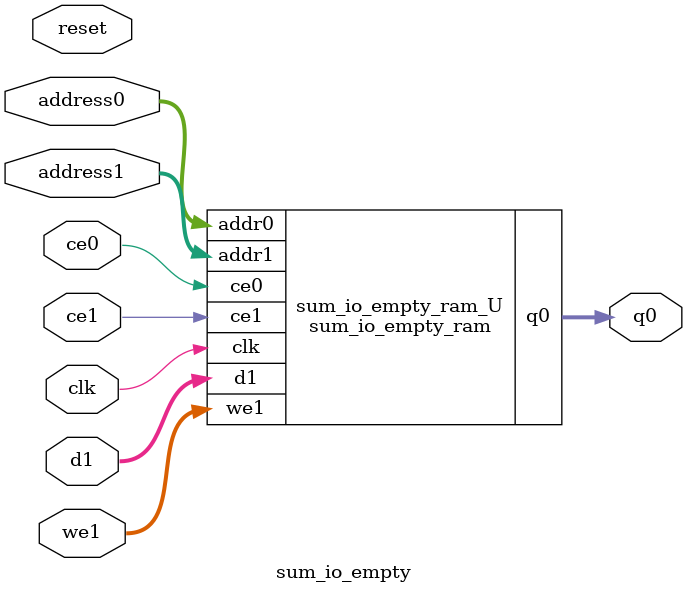
<source format=v>
`timescale 1ns / 1ps


module proc_subtraction(
input         clk_200M,
input         rst_200M,
//data
input  [14:0]i_rec_addr, // i read addr
input  i_rec_ce,   
input  i_rec_we,
input  [39:0]i_rec_d,
output reg [25:0] sum_traction,
input  refresh
);
(* MARK_DEBUG="true" *)wire [14:0]get_addr;
(* MARK_DEBUG="true" *)wire work_enable;
assign work_enable = i_rec_ce&i_rec_we;
(* MARK_DEBUG="true" *)reg ce_tmp1;
reg ce_tmp2;
(* MARK_DEBUG="true" *)reg we_tmp1;
reg we_tmp2;
(* MARK_DEBUG="true" *)reg init;
reg [14:0]set_addr_buf_1;
reg [14:0]set_addr_buf_2;
(* MARK_DEBUG="true" *)reg [39:0] data_buf_1;
reg [39:0] data_buf_2;
assign get_addr = i_rec_addr;
always@(posedge clk_200M or negedge rst_200M) begin
  if(!rst_200M)begin

    set_addr_buf_2<='d0;
    set_addr_buf_1<='d0;
    data_buf_2<='d0;
    data_buf_1<='d0;
    ce_tmp1<='d0;
    ce_tmp1<='d0;
    we_tmp1<='d0;
    we_tmp2<='d0;
    init <='d0;
  end else begin
    if(work_enable)begin
      set_addr_buf_1<=i_rec_addr;
      data_buf_1 <= i_rec_d;
      ce_tmp1<=i_rec_ce;
      ce_tmp2<=ce_tmp1;
      set_addr_buf_2<=set_addr_buf_1;
      data_buf_2 <= data_buf_1;
      we_tmp1<=i_rec_we;
      we_tmp2<=we_tmp1;
      if(set_addr_buf_1 == 15'd17999)begin
        init<='d1;
      end
    end
  end
end
(* MARK_DEBUG="true" *)wire [39:0] get_data;
wire [7:0] add1;
wire [7:0] add2;
wire [7:0] add3;
wire [7:0] add4;
wire [7:0] add5;
assign add1 = ((data_buf_1[39-:8]>get_data[39-:8])?(data_buf_1[39-:8]-get_data[39-:8]):(get_data[39-:8]-data_buf_1[39-:8]));
assign add2 = ((data_buf_1[31-:8]>get_data[31-:8])?(data_buf_1[31-:8]-get_data[31-:8]):(get_data[31-:8]-data_buf_1[31-:8]));
assign add3 = ((data_buf_1[23-:8]>get_data[23-:8])?(data_buf_1[23-:8]-get_data[23-:8]):(get_data[23-:8]-data_buf_1[23-:8]));
assign add4 = ((data_buf_1[15-:8]>get_data[15-:8])?(data_buf_1[15-:8]-get_data[15-:8]):(get_data[15-:8]-data_buf_1[15-:8]));
assign add5 = ((data_buf_1[7-:8 ]>get_data[7-:8 ])?(data_buf_1[7-:8 ]-get_data[7-:8 ]):(get_data[7-:8 ]-data_buf_1[7-:8 ]));
wire [8:0] add12;
wire [8:0] add34;
wire [9:0] add1234;
wire [10:0] add12345;
assign add12 = add1 + add2;
assign add34 = add3 + add4;
assign add1234 = add12 + add34;
assign add12345= add1234+add5;
always @(posedge clk_200M or negedge rst_200M) begin
  if(!rst_200M)begin
    sum_traction <= 'd0;
  end else begin
    if(get_addr>17999||get_addr==0)begin
        sum_traction<=24'h0;
    end else if(we_tmp1&ce_tmp1)begin
        sum_traction <= sum_traction + add12345;
    end
       
  end
end
sum_io_empty_ram#(
    .DWIDTH(40),
    .MEM_SIZE(18000)
    ) tmp_val_mem(
  .addr0(get_addr), 
  .ce0(i_rec_ce),   
  .q0(get_data),    
  .addr1(set_addr_buf_2), 
  .ce1(ce_tmp2), 
  .d1(data_buf_2),  
  .we1({5{we_tmp2}}),
  .clk(clk_200M)  
  );
endmodule

// ==============================================================
// Vivado(TM) HLS - High-Level Synthesis from C, C++ and SystemC v2019.2 (64-bit)
// Copyright 1986-2019 Xilinx, Inc. All Rights Reserved.
// ==============================================================
`timescale 1 ns / 1 ps
module sum_io_empty_ram (addr0, ce0, q0, addr1, ce1, d1, we1,  clk);

parameter DWIDTH = 400;
parameter AWIDTH = 15;
parameter MEM_SIZE = 5000;
parameter COL_WIDTH = 8;
parameter NUM_COL = (DWIDTH/COL_WIDTH);

input[AWIDTH-1:0] addr0;
input ce0;
output reg[DWIDTH-1:0] q0;
input[AWIDTH-1:0] addr1;
input ce1;
input[DWIDTH-1:0] d1;
input [NUM_COL-1:0] we1;
input clk;

(* ram_style = "hls_ultra", cascade_height = 1 *)reg [DWIDTH-1:0] ram[0:MEM_SIZE-1];


genvar i;

always @(posedge clk) begin
    if (ce0) begin
        q0 <= ram[addr0];
    end
end


generate
    for (i=0;i<NUM_COL;i=i+1) begin
        always @(posedge clk) begin
            if (ce1) begin
                if (we1[i])
                    ram[addr1][i*COL_WIDTH +: COL_WIDTH] <= d1[i*COL_WIDTH +: COL_WIDTH]; 
            end
        end
    end
endgenerate


endmodule

`timescale 1 ns / 1 ps
module sum_io_empty(
    reset,
    clk,
    address0,
    ce0,
    q0,
    address1,
    ce1,
    we1,
    d1);

parameter DataWidth = 32'd400;
parameter AddressRange = 32'd5000;
parameter AddressWidth = 32'd15;
input reset;
input clk;
input[AddressWidth - 1:0] address0;
input ce0;
output[DataWidth - 1:0] q0;
input[AddressWidth - 1:0] address1;
input ce1;
input[DataWidth/8 - 1:0] we1;
input[DataWidth - 1:0] d1;



sum_io_empty_ram sum_io_empty_ram_U(
    .clk( clk ),
    .addr0( address0 ),
    .ce0( ce0 ),
    .q0( q0 ),
    .addr1( address1 ),
    .ce1( ce1 ),
    .we1( we1 ),
    .d1( d1 ));

endmodule


</source>
